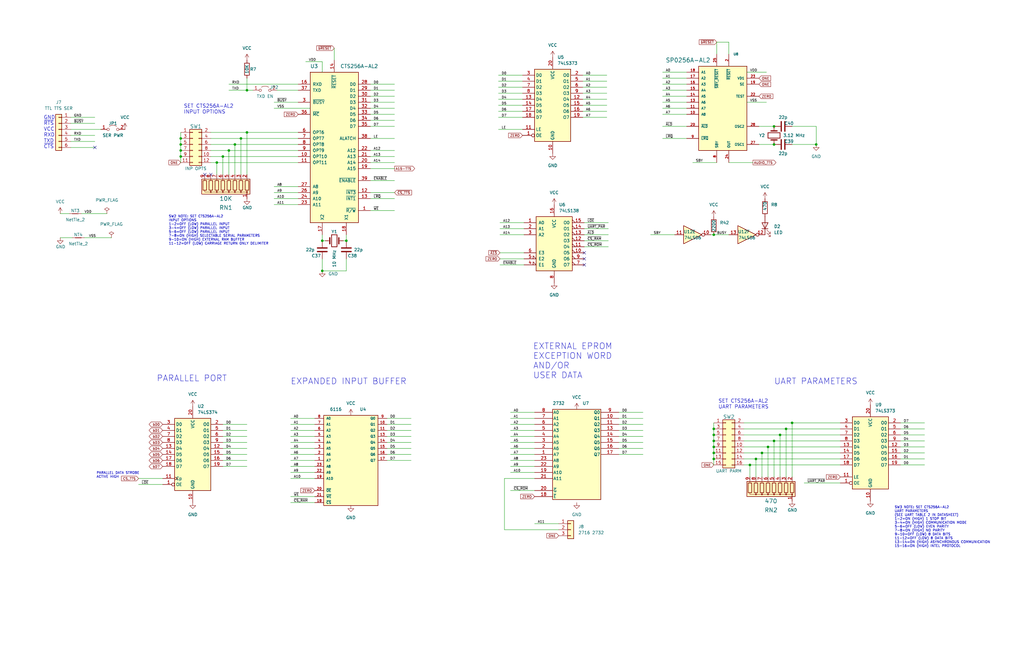
<source format=kicad_sch>
(kicad_sch (version 20211123) (generator eeschema)
  (paper "B")
  (lib_symbols
    (symbol "74xx:74LS06" (pin_names (offset 1.016))
      (property "Reference" "U" (at 0 1.27 0))
      (property "Value" "74LS06" (at 0 -1.27 0))
      (symbol "74LS06_1_0"
        (pin input line (at -7.62 0 0) (length 3.81) (name "~") (number "1"))
        (pin open_collector inverted (at 7.62 0 180) (length 3.81) (name "~") (number "2"))
      )
      (symbol "74LS06_2_0"
        (pin input line (at -7.62 0 0) (length 3.81) (name "~") (number "3"))
        (pin open_collector inverted (at 7.62 0 180) (length 3.81) (name "~") (number "4"))
      )
      (symbol "74LS06_3_0"
        (pin input line (at -7.62 0 0) (length 3.81) (name "~") (number "5"))
        (pin open_collector inverted (at 7.62 0 180) (length 3.81) (name "~") (number "6"))
      )
      (symbol "74LS06_4_0"
        (pin open_collector inverted (at 7.62 0 180) (length 3.81) (name "~") (number "8"))
        (pin input line (at -7.62 0 0) (length 3.81) (name "~") (number "9"))
      )
      (symbol "74LS06_5_0"
        (pin open_collector inverted (at 7.62 0 180) (length 3.81) (name "~") (number "10"))
        (pin input line (at -7.62 0 0) (length 3.81) (name "~") (number "11"))
      )
      (symbol "74LS06_6_0"
        (pin open_collector inverted (at 7.62 0 180) (length 3.81) (name "~") (number "12"))
        (pin input line (at -7.62 0 0) (length 3.81) (name "~") (number "13"))
      )
      (symbol "74LS06_7_0"
        (pin power_in line (at 0 12.7 270) (length 5.08) (name "VCC") (number "14"))
        (pin power_in line (at 0 -12.7 90) (length 5.08) (name "GND") (number "7"))
      )
    )
    (symbol "74xx:74LS138" (pin_names (offset 1.016))
      (property "Reference" "U" (at -7.62 11.43 0))
      (property "Value" "74LS138" (at -7.62 -13.97 0))
      (symbol "74LS138_1_0"
        (pin input line (at -12.7 7.62 0) (length 5.08) (name "A0") (number "1"))
        (pin output output_low (at 12.7 -5.08 180) (length 5.08) (name "O5") (number "10"))
        (pin output output_low (at 12.7 -2.54 180) (length 5.08) (name "O4") (number "11"))
        (pin output output_low (at 12.7 0 180) (length 5.08) (name "O3") (number "12"))
        (pin output output_low (at 12.7 2.54 180) (length 5.08) (name "O2") (number "13"))
        (pin output output_low (at 12.7 5.08 180) (length 5.08) (name "O1") (number "14"))
        (pin output output_low (at 12.7 7.62 180) (length 5.08) (name "O0") (number "15"))
        (pin power_in line (at 0 15.24 270) (length 5.08) (name "VCC") (number "16"))
        (pin input line (at -12.7 5.08 0) (length 5.08) (name "A1") (number "2"))
        (pin input line (at -12.7 2.54 0) (length 5.08) (name "A2") (number "3"))
        (pin input input_low (at -12.7 -10.16 0) (length 5.08) (name "E1") (number "4"))
        (pin input input_low (at -12.7 -7.62 0) (length 5.08) (name "E2") (number "5"))
        (pin input line (at -12.7 -5.08 0) (length 5.08) (name "E3") (number "6"))
        (pin output output_low (at 12.7 -10.16 180) (length 5.08) (name "O7") (number "7"))
        (pin power_in line (at 0 -17.78 90) (length 5.08) (name "GND") (number "8"))
        (pin output output_low (at 12.7 -7.62 180) (length 5.08) (name "O6") (number "9"))
      )
    )
    (symbol "74xx:74LS373"
      (property "Reference" "U" (at -7.62 16.51 0))
      (property "Value" "74LS373" (at -7.62 -16.51 0))
      (symbol "74LS373_1_0"
        (pin input inverted (at -12.7 -12.7 0) (length 5.08) (name "OE") (number "1"))
        (pin power_in line (at 0 -20.32 90) (length 5.08) (name "GND") (number "10"))
        (pin input line (at -12.7 -10.16 0) (length 5.08) (name "LE") (number "11"))
        (pin tri_state line (at 12.7 2.54 180) (length 5.08) (name "O4") (number "12"))
        (pin input line (at -12.7 2.54 0) (length 5.08) (name "D4") (number "13"))
        (pin input line (at -12.7 0 0) (length 5.08) (name "D5") (number "14"))
        (pin tri_state line (at 12.7 0 180) (length 5.08) (name "O5") (number "15"))
        (pin tri_state line (at 12.7 -2.54 180) (length 5.08) (name "O6") (number "16"))
        (pin input line (at -12.7 -2.54 0) (length 5.08) (name "D6") (number "17"))
        (pin input line (at -12.7 -5.08 0) (length 5.08) (name "D7") (number "18"))
        (pin tri_state line (at 12.7 -5.08 180) (length 5.08) (name "O7") (number "19"))
        (pin tri_state line (at 12.7 12.7 180) (length 5.08) (name "O0") (number "2"))
        (pin power_in line (at 0 20.32 270) (length 5.08) (name "VCC") (number "20"))
        (pin input line (at -12.7 12.7 0) (length 5.08) (name "D0") (number "3"))
        (pin input line (at -12.7 10.16 0) (length 5.08) (name "D1") (number "4"))
        (pin tri_state line (at 12.7 10.16 180) (length 5.08) (name "O1") (number "5"))
        (pin tri_state line (at 12.7 7.62 180) (length 5.08) (name "O2") (number "6"))
        (pin input line (at -12.7 7.62 0) (length 5.08) (name "D2") (number "7"))
        (pin input line (at -12.7 5.08 0) (length 5.08) (name "D3") (number "8"))
        (pin tri_state line (at 12.7 5.08 180) (length 5.08) (name "O3") (number "9"))
      )
    )
    (symbol "74xx:74LS374"
      (property "Reference" "U" (at -7.62 16.51 0))
      (property "Value" "74LS374" (at -7.62 -16.51 0))
      (symbol "74LS374_1_0"
        (pin input inverted (at -12.7 -12.7 0) (length 5.08) (name "OE") (number "1"))
        (pin power_in line (at 0 -20.32 90) (length 5.08) (name "GND") (number "10"))
        (pin input clock (at -12.7 -10.16 0) (length 5.08) (name "Cp") (number "11"))
        (pin tri_state line (at 12.7 2.54 180) (length 5.08) (name "O4") (number "12"))
        (pin input line (at -12.7 2.54 0) (length 5.08) (name "D4") (number "13"))
        (pin input line (at -12.7 0 0) (length 5.08) (name "D5") (number "14"))
        (pin tri_state line (at 12.7 0 180) (length 5.08) (name "O5") (number "15"))
        (pin tri_state line (at 12.7 -2.54 180) (length 5.08) (name "O6") (number "16"))
        (pin input line (at -12.7 -2.54 0) (length 5.08) (name "D6") (number "17"))
        (pin input line (at -12.7 -5.08 0) (length 5.08) (name "D7") (number "18"))
        (pin tri_state line (at 12.7 -5.08 180) (length 5.08) (name "O7") (number "19"))
        (pin tri_state line (at 12.7 12.7 180) (length 5.08) (name "O0") (number "2"))
        (pin power_in line (at 0 20.32 270) (length 5.08) (name "VCC") (number "20"))
        (pin input line (at -12.7 12.7 0) (length 5.08) (name "D0") (number "3"))
        (pin input line (at -12.7 10.16 0) (length 5.08) (name "D1") (number "4"))
        (pin tri_state line (at 12.7 10.16 180) (length 5.08) (name "O1") (number "5"))
        (pin tri_state line (at 12.7 7.62 180) (length 5.08) (name "O2") (number "6"))
        (pin input line (at -12.7 7.62 0) (length 5.08) (name "D2") (number "7"))
        (pin input line (at -12.7 5.08 0) (length 5.08) (name "D3") (number "8"))
        (pin tri_state line (at 12.7 5.08 180) (length 5.08) (name "O3") (number "9"))
      )
    )
    (symbol "Archer:2732" (pin_names (offset 0.254))
      (property "Reference" "U10" (at 0 20.955 0))
      (property "Value" "2732" (at 0 0 0))
      (symbol "2732_0_0"
        (pin power_in line (at 0 -20.32 90) (length 1.27) hide (name "GND") (number "12"))
        (pin power_in line (at 0 19.05 270) (length 0) hide (name "VCC") (number "24"))
      )
      (symbol "2732_1_1"
        (pin input line (at -17.78 0 0) (length 7.62) (name "A7") (number "1"))
        (pin tri_state line (at 17.78 15.24 180) (length 7.62) (name "Q1") (number "10"))
        (pin tri_state line (at 17.78 12.7 180) (length 7.62) (name "Q2") (number "11"))
        (pin tri_state line (at 17.78 10.16 180) (length 7.62) (name "Q3") (number "13"))
        (pin tri_state line (at 17.78 7.62 180) (length 7.62) (name "Q4") (number "14"))
        (pin tri_state line (at 17.78 5.08 180) (length 7.62) (name "Q5") (number "15"))
        (pin tri_state line (at 17.78 2.54 180) (length 7.62) (name "Q6") (number "16"))
        (pin tri_state line (at 17.78 0 180) (length 7.62) (name "Q7") (number "17"))
        (pin input line (at -17.78 -17.78 0) (length 7.62) (name "~{E}") (number "18"))
        (pin input line (at -17.78 -7.62 0) (length 7.62) (name "A10") (number "19"))
        (pin input line (at -17.78 2.54 0) (length 7.62) (name "A6") (number "2"))
        (pin input line (at -17.78 -15.24 0) (length 7.62) (name "~{G}") (number "20"))
        (pin input line (at -17.78 -10.16 0) (length 7.62) (name "A11") (number "21"))
        (pin input line (at -17.78 -5.08 0) (length 7.62) (name "A9") (number "22"))
        (pin input line (at -17.78 -2.54 0) (length 7.62) (name "A8") (number "23"))
        (pin input line (at -17.78 5.08 0) (length 7.62) (name "A5") (number "3"))
        (pin input line (at -17.78 7.62 0) (length 7.62) (name "A4") (number "4"))
        (pin input line (at -17.78 10.16 0) (length 7.62) (name "A3") (number "5"))
        (pin input line (at -17.78 12.7 0) (length 7.62) (name "A2") (number "6"))
        (pin input line (at -17.78 15.24 0) (length 7.62) (name "A1") (number "7"))
        (pin input line (at -17.78 17.78 0) (length 7.62) (name "A0") (number "8"))
        (pin tri_state line (at 17.78 17.78 180) (length 7.62) (name "Q0") (number "9"))
      )
    )
    (symbol "Archer:6116" (pin_names (offset 1.016))
      (property "Reference" "U11" (at 0 20.955 0))
      (property "Value" "6116" (at 0 0 0))
      (symbol "6116_0_0"
        (pin power_in line (at 0 -19.05 90) (length 0) hide (name "GND") (number "12"))
        (pin power_in line (at 0 19.05 270) (length 0) hide (name "VCC") (number "24"))
      )
      (symbol "6116_1_1"
        (pin input line (at -15.24 0 0) (length 3.81) (name "A7") (number "1"))
        (pin tri_state line (at 15.24 15.24 180) (length 3.81) (name "Q1") (number "10"))
        (pin tri_state line (at 15.24 12.7 180) (length 3.81) (name "Q2") (number "11"))
        (pin tri_state line (at 15.24 10.16 180) (length 3.81) (name "Q3") (number "13"))
        (pin tri_state line (at 15.24 7.62 180) (length 3.81) (name "Q4") (number "14"))
        (pin tri_state line (at 15.24 5.08 180) (length 3.81) (name "Q5") (number "15"))
        (pin tri_state line (at 15.24 2.54 180) (length 3.81) (name "Q6") (number "16"))
        (pin tri_state line (at 15.24 0 180) (length 3.81) (name "Q7") (number "17"))
        (pin input line (at -15.24 -17.78 0) (length 3.81) (name "~{CS}") (number "18"))
        (pin input line (at -15.24 -7.62 0) (length 3.81) (name "A10") (number "19"))
        (pin input line (at -15.24 2.54 0) (length 3.81) (name "A6") (number "2"))
        (pin input line (at -15.24 -12.7 0) (length 3.81) (name "~{OE}") (number "20"))
        (pin input line (at -15.24 -15.24 0) (length 3.81) (name "~{WE}") (number "21"))
        (pin input line (at -15.24 -5.08 0) (length 3.81) (name "A9") (number "22"))
        (pin input line (at -15.24 -2.54 0) (length 3.81) (name "A8") (number "23"))
        (pin input line (at -15.24 5.08 0) (length 3.81) (name "A5") (number "3"))
        (pin input line (at -15.24 7.62 0) (length 3.81) (name "A4") (number "4"))
        (pin input line (at -15.24 10.16 0) (length 3.81) (name "A3") (number "5"))
        (pin input line (at -15.24 12.7 0) (length 3.81) (name "A2") (number "6"))
        (pin input line (at -15.24 15.24 0) (length 3.81) (name "A1") (number "7"))
        (pin input line (at -15.24 17.78 0) (length 3.81) (name "A0") (number "8"))
        (pin tri_state line (at 15.24 17.78 180) (length 3.81) (name "Q0") (number "9"))
      )
    )
    (symbol "Archer:CTS256A-AL2" (pin_names (offset 1.016))
      (property "Reference" "U1" (at 0 20.32 0))
      (property "Value" "CTS256A-AL2" (at 0 0 90))
      (symbol "CTS256A-AL2_1_1"
        (pin output line (at 15.24 -27.94 180) (length 5.08) (name "~{R/W}") (number "1"))
        (pin input line (at -15.24 -5.08 0) (length 5.08) (name "OPT10") (number "10"))
        (pin input line (at -15.24 -7.62 0) (length 5.08) (name "OPT11") (number "11"))
        (pin input line (at 15.24 -20.32 180) (length 5.08) (name "~{INT3}") (number "12"))
        (pin input line (at 15.24 -22.86 180) (length 5.08) (name "~{INT1}") (number "13"))
        (pin input line (at 0 35.56 270) (length 5.08) (name "~{RESET}") (number "14"))
        (pin no_connect line (at -12.7 -27.94 0) (length 2.54) hide (name "NC") (number "15"))
        (pin input line (at -15.24 25.4 0) (length 5.08) (name "RXD") (number "16"))
        (pin passive line (at -5.08 -38.1 90) (length 5.08) (name "X2") (number "17"))
        (pin passive line (at 5.08 -38.1 90) (length 5.08) (name "X1") (number "18"))
        (pin output line (at 15.24 -10.16 180) (length 5.08) (name "A15") (number "19"))
        (pin no_connect line (at -12.7 -10.16 0) (length 2.54) hide (name "NC") (number "2"))
        (pin output line (at 15.24 -7.62 180) (length 5.08) (name "A14") (number "20"))
        (pin output line (at 15.24 -5.08 180) (length 5.08) (name "A13") (number "21"))
        (pin output line (at 15.24 -2.54 180) (length 5.08) (name "A12") (number "22"))
        (pin output line (at -15.24 -25.4 0) (length 5.08) (name "A11") (number "23"))
        (pin output line (at -15.24 -22.86 0) (length 5.08) (name "A10") (number "24"))
        (pin power_in line (at -5.08 30.48 270) (length 0) hide (name "VDD") (number "25"))
        (pin output line (at -15.24 -20.32 0) (length 5.08) (name "A9") (number "26"))
        (pin output line (at -15.24 -17.78 0) (length 5.08) (name "A8") (number "27"))
        (pin bidirectional line (at 15.24 25.4 180) (length 5.08) (name "D0") (number "28"))
        (pin bidirectional line (at 15.24 22.86 180) (length 5.08) (name "D1") (number "29"))
        (pin output line (at -15.24 17.78 0) (length 5.08) (name "~{BUSY}") (number "3"))
        (pin bidirectional line (at 15.24 20.32 180) (length 5.08) (name "D2") (number "30"))
        (pin bidirectional line (at 15.24 17.78 180) (length 5.08) (name "D3") (number "31"))
        (pin bidirectional line (at 15.24 15.24 180) (length 5.08) (name "D4") (number "32"))
        (pin bidirectional line (at 15.24 12.7 180) (length 5.08) (name "D5") (number "33"))
        (pin bidirectional line (at 15.24 10.16 180) (length 5.08) (name "D6") (number "34"))
        (pin bidirectional line (at 15.24 7.62 180) (length 5.08) (name "D7") (number "35"))
        (pin input line (at -15.24 12.7 0) (length 5.08) (name "~{MC}") (number "36"))
        (pin output line (at -15.24 22.86 0) (length 5.08) (name "TXD") (number "37"))
        (pin output line (at 15.24 2.54 180) (length 5.08) (name "ALATCH") (number "38"))
        (pin output line (at 15.24 -15.24 180) (length 5.08) (name "~{ENABLE}") (number "39"))
        (pin no_connect line (at -12.7 -12.7 0) (length 2.54) hide (name "NC") (number "4"))
        (pin power_in line (at -10.16 15.24 0) (length 0) hide (name "VSS") (number "40"))
        (pin no_connect line (at -12.7 -15.24 0) (length 2.54) hide (name "NC") (number "5"))
        (pin input line (at -15.24 5.08 0) (length 5.08) (name "OPT6") (number "6"))
        (pin input line (at -15.24 2.54 0) (length 5.08) (name "OPT7") (number "7"))
        (pin input line (at -15.24 0 0) (length 5.08) (name "OPT8") (number "8"))
        (pin input line (at -15.24 -2.54 0) (length 5.08) (name "OPT9") (number "9"))
      )
    )
    (symbol "Archer:SP0256A-AL2" (pin_names (offset 1.016))
      (property "Reference" "U4" (at 0 19.05 0))
      (property "Value" "SP0256A-AL2" (at 0 1.27 90))
      (symbol "SP0256A-AL2_0_0"
        (pin input line (at -15.24 -2.54 0) (length 5.08) (name "A8") (number "10"))
        (pin input line (at -15.24 0 0) (length 5.08) (name "A7") (number "11"))
        (pin passive line (at 15.24 10.16 180) (length 5.08) (name "SE") (number "19"))
        (pin passive line (at 15.24 12.7 180) (length 5.08) (name "VD1") (number "23"))
        (pin output line (at 2.54 -22.86 90) (length 5.08) (name "OUT") (number "24"))
        (pin passive line (at 15.24 -15.24 180) (length 5.08) (name "OSC1") (number "27"))
        (pin passive line (at 15.24 -7.62 180) (length 5.08) (name "OSC2") (number "28"))
      )
      (symbol "SP0256A-AL2_1_0"
        (pin power_in line (at 10.16 2.54 180) (length 0) hide (name "VSS") (number "1"))
        (pin input line (at 2.54 22.86 270) (length 5.08) (name "~{RESET}") (number "2"))
        (pin passive line (at 15.24 5.08 180) (length 5.08) (name "TEST") (number "22"))
        (pin input line (at -2.54 22.86 270) (length 5.08) (name "~{SBY_RESET}") (number "25"))
        (pin power_in line (at 10.16 15.24 180) (length 0) hide (name "VDD") (number "7"))
        (pin passive line (at -2.54 -22.86 90) (length 5.08) (name "SBY") (number "8"))
      )
      (symbol "SP0256A-AL2_1_1"
        (pin no_connect line (at 1.27 -3.81 0) (length 2.54) hide (name "NC") (number "12"))
        (pin input line (at -15.24 2.54 0) (length 5.08) (name "A6") (number "13"))
        (pin input line (at -15.24 5.08 0) (length 5.08) (name "A5") (number "14"))
        (pin input line (at -15.24 7.62 0) (length 5.08) (name "A4") (number "15"))
        (pin input line (at -15.24 10.16 0) (length 5.08) (name "A3") (number "16"))
        (pin input line (at -15.24 12.7 0) (length 5.08) (name "A2") (number "17"))
        (pin input line (at -15.24 15.24 0) (length 5.08) (name "A1") (number "18"))
        (pin input line (at -15.24 -7.62 0) (length 5.08) (name "~{ALD}") (number "20"))
        (pin no_connect line (at 1.27 -6.35 0) (length 2.54) hide (name "NC") (number "21"))
        (pin no_connect line (at 1.27 -8.89 0) (length 2.54) hide (name "NC") (number "26"))
        (pin no_connect line (at 1.27 6.35 0) (length 2.54) hide (name "NC") (number "3"))
        (pin no_connect line (at 1.27 3.81 0) (length 2.54) hide (name "NC") (number "4"))
        (pin no_connect line (at 1.27 1.27 0) (length 2.54) hide (name "NC") (number "5"))
        (pin no_connect line (at 1.27 -1.27 0) (length 2.54) hide (name "NC") (number "6"))
        (pin output line (at -15.24 -12.7 0) (length 5.08) (name "~{LRQ}") (number "9"))
      )
    )
    (symbol "Connector_Generic:Conn_01x03" (pin_names (offset 1.016) hide)
      (property "Reference" "J" (at 0 5.08 0))
      (property "Value" "Conn_01x03" (at 0 -5.08 0))
      (symbol "Conn_01x03_1_1"
        (pin passive line (at -5.08 2.54 0) (length 3.81) (name "Pin_1") (number "1"))
        (pin passive line (at -5.08 0 0) (length 3.81) (name "Pin_2") (number "2"))
        (pin passive line (at -5.08 -2.54 0) (length 3.81) (name "Pin_3") (number "3"))
      )
    )
    (symbol "Connector_Generic:Conn_01x06" (pin_names (offset 1.016) hide)
      (property "Reference" "J" (at 0 7.62 0))
      (property "Value" "Conn_01x06" (at 0 -10.16 0))
      (symbol "Conn_01x06_1_1"
        (pin passive line (at -5.08 5.08 0) (length 3.81) (name "Pin_1") (number "1"))
        (pin passive line (at -5.08 2.54 0) (length 3.81) (name "Pin_2") (number "2"))
        (pin passive line (at -5.08 0 0) (length 3.81) (name "Pin_3") (number "3"))
        (pin passive line (at -5.08 -2.54 0) (length 3.81) (name "Pin_4") (number "4"))
        (pin passive line (at -5.08 -5.08 0) (length 3.81) (name "Pin_5") (number "5"))
        (pin passive line (at -5.08 -7.62 0) (length 3.81) (name "Pin_6") (number "6"))
      )
    )
    (symbol "Connector_Generic:Conn_02x06_Odd_Even" (pin_names (offset 1.016) hide)
      (property "Reference" "J" (at 1.27 7.62 0))
      (property "Value" "Conn_02x06_Odd_Even" (at 1.27 -10.16 0))
      (symbol "Conn_02x06_Odd_Even_1_1"
        (pin passive line (at -5.08 5.08 0) (length 3.81) (name "Pin_1") (number "1"))
        (pin passive line (at 7.62 -5.08 180) (length 3.81) (name "Pin_10") (number "10"))
        (pin passive line (at -5.08 -7.62 0) (length 3.81) (name "Pin_11") (number "11"))
        (pin passive line (at 7.62 -7.62 180) (length 3.81) (name "Pin_12") (number "12"))
        (pin passive line (at 7.62 5.08 180) (length 3.81) (name "Pin_2") (number "2"))
        (pin passive line (at -5.08 2.54 0) (length 3.81) (name "Pin_3") (number "3"))
        (pin passive line (at 7.62 2.54 180) (length 3.81) (name "Pin_4") (number "4"))
        (pin passive line (at -5.08 0 0) (length 3.81) (name "Pin_5") (number "5"))
        (pin passive line (at 7.62 0 180) (length 3.81) (name "Pin_6") (number "6"))
        (pin passive line (at -5.08 -2.54 0) (length 3.81) (name "Pin_7") (number "7"))
        (pin passive line (at 7.62 -2.54 180) (length 3.81) (name "Pin_8") (number "8"))
        (pin passive line (at -5.08 -5.08 0) (length 3.81) (name "Pin_9") (number "9"))
      )
    )
    (symbol "Connector_Generic:Conn_02x08_Odd_Even" (pin_names (offset 1.016) hide)
      (property "Reference" "J" (at 1.27 10.16 0))
      (property "Value" "Conn_02x08_Odd_Even" (at 1.27 -12.7 0))
      (symbol "Conn_02x08_Odd_Even_1_1"
        (pin passive line (at -5.08 7.62 0) (length 3.81) (name "Pin_1") (number "1"))
        (pin passive line (at 7.62 -2.54 180) (length 3.81) (name "Pin_10") (number "10"))
        (pin passive line (at -5.08 -5.08 0) (length 3.81) (name "Pin_11") (number "11"))
        (pin passive line (at 7.62 -5.08 180) (length 3.81) (name "Pin_12") (number "12"))
        (pin passive line (at -5.08 -7.62 0) (length 3.81) (name "Pin_13") (number "13"))
        (pin passive line (at 7.62 -7.62 180) (length 3.81) (name "Pin_14") (number "14"))
        (pin passive line (at -5.08 -10.16 0) (length 3.81) (name "Pin_15") (number "15"))
        (pin passive line (at 7.62 -10.16 180) (length 3.81) (name "Pin_16") (number "16"))
        (pin passive line (at 7.62 7.62 180) (length 3.81) (name "Pin_2") (number "2"))
        (pin passive line (at -5.08 5.08 0) (length 3.81) (name "Pin_3") (number "3"))
        (pin passive line (at 7.62 5.08 180) (length 3.81) (name "Pin_4") (number "4"))
        (pin passive line (at -5.08 2.54 0) (length 3.81) (name "Pin_5") (number "5"))
        (pin passive line (at 7.62 2.54 180) (length 3.81) (name "Pin_6") (number "6"))
        (pin passive line (at -5.08 0 0) (length 3.81) (name "Pin_7") (number "7"))
        (pin passive line (at 7.62 0 180) (length 3.81) (name "Pin_8") (number "8"))
        (pin passive line (at -5.08 -2.54 0) (length 3.81) (name "Pin_9") (number "9"))
      )
    )
    (symbol "Device:C" (pin_numbers hide) (pin_names (offset 0.254))
      (property "Reference" "C" (at 0.635 2.54 0))
      (property "Value" "C" (at 0.635 -2.54 0))
      (symbol "C_1_1"
        (pin passive line (at 0 3.81 270) (length 2.794) (name "~") (number "1"))
        (pin passive line (at 0 -3.81 90) (length 2.794) (name "~") (number "2"))
      )
    )
    (symbol "Device:Crystal" (pin_numbers hide) (pin_names (offset 1.016) hide)
      (property "Reference" "Y" (at 0 3.81 0))
      (property "Value" "Crystal" (at 0 -3.81 0))
      (symbol "Crystal_1_1"
        (pin passive line (at -3.81 0 0) (length 1.27) (name "1") (number "1"))
        (pin passive line (at 3.81 0 180) (length 1.27) (name "2") (number "2"))
      )
    )
    (symbol "Device:LED" (pin_numbers hide) (pin_names (offset 1.016) hide)
      (property "Reference" "D" (at 0 2.54 0))
      (property "Value" "LED" (at 0 -2.54 0))
      (symbol "LED_1_1"
        (pin passive line (at -3.81 0 0) (length 2.54) (name "K") (number "1"))
        (pin passive line (at 3.81 0 180) (length 2.54) (name "A") (number "2"))
      )
    )
    (symbol "Device:NetTie_2" (pin_numbers hide) (pin_names (offset 0) hide) (in_bom no)
      (property "Reference" "NT" (at 0 1.27 0))
      (property "Value" "NetTie_2" (at 0 -1.27 0))
      (symbol "NetTie_2_1_1"
        (pin passive line (at -2.54 0 0) (length 2.54) (name "1") (number "1"))
        (pin passive line (at 2.54 0 180) (length 2.54) (name "2") (number "2"))
      )
    )
    (symbol "Device:R" (pin_numbers hide) (pin_names (offset 0))
      (property "Reference" "R" (at 2.032 0 90))
      (property "Value" "R" (at 0 0 90))
      (symbol "R_1_1"
        (pin passive line (at 0 3.81 270) (length 1.27) (name "~") (number "1"))
        (pin passive line (at 0 -3.81 90) (length 1.27) (name "~") (number "2"))
      )
    )
    (symbol "Device:R_Network08" (pin_names (offset 0) hide)
      (property "Reference" "RN" (at -12.7 0 90))
      (property "Value" "R_Network08" (at 10.16 0 90))
      (symbol "R_Network08_1_1"
        (pin passive line (at -10.16 5.08 270) (length 2.54) (name "common") (number "1"))
        (pin passive line (at -10.16 -5.08 90) (length 1.27) (name "R1") (number "2"))
        (pin passive line (at -7.62 -5.08 90) (length 1.27) (name "R2") (number "3"))
        (pin passive line (at -5.08 -5.08 90) (length 1.27) (name "R3") (number "4"))
        (pin passive line (at -2.54 -5.08 90) (length 1.27) (name "R4") (number "5"))
        (pin passive line (at 0 -5.08 90) (length 1.27) (name "R5") (number "6"))
        (pin passive line (at 2.54 -5.08 90) (length 1.27) (name "R6") (number "7"))
        (pin passive line (at 5.08 -5.08 90) (length 1.27) (name "R7") (number "8"))
        (pin passive line (at 7.62 -5.08 90) (length 1.27) (name "R8") (number "9"))
      )
    )
    (symbol "Jumper:Jumper_2_Open" (pin_names (offset 0) hide)
      (property "Reference" "JP" (at 0 2.794 0))
      (property "Value" "Jumper_2_Open" (at 0 -2.286 0))
      (symbol "Jumper_2_Open_1_1"
        (pin passive line (at -5.08 0 0) (length 2.54) (name "A") (number "1"))
        (pin passive line (at 5.08 0 180) (length 2.54) (name "B") (number "2"))
      )
    )
    (symbol "power:GND" (power) (pin_names (offset 0))
      (property "Value" "GND" (at 0 -3.81 0))
      (symbol "GND_1_1"
        (pin power_in line (at 0 0 270) (length 0) hide (name "GND") (number "1"))
      )
    )
    (symbol "power:PWR_FLAG" (power) (pin_numbers hide) (pin_names (offset 0) hide)
      (property "Value" "PWR_FLAG" (at 0 3.81 0))
      (symbol "PWR_FLAG_0_0"
        (pin power_out line (at 0 0 90) (length 0) (name "pwr") (number "1"))
      )
    )
    (symbol "power:VCC" (power) (pin_names (offset 0))
      (property "Value" "VCC" (at 0 3.81 0))
      (symbol "VCC_1_1"
        (pin power_in line (at 0 0 90) (length 0) hide (name "VCC") (number "1"))
      )
    )
  )
  (junction (at 91.44 68.58))
  (junction (at 300.99 183.515))
  (junction (at 101.6 58.42))
  (junction (at 300.99 180.975))
  (junction (at 300.99 191.135))
  (junction (at 300.99 193.675))
  (junction (at 76.2 60.96))
  (junction (at 334.01 178.435))
  (junction (at 318.77 193.675))
  (junction (at 300.99 186.055))
  (junction (at 326.39 186.055))
  (junction (at 328.93 183.515))
  (junction (at 96.52 63.5))
  (junction (at 323.85 188.595))
  (junction (at 300.99 99.06))
  (junction (at 316.23 196.215))
  (junction (at 326.39 53.34))
  (junction (at 331.47 180.975))
  (junction (at 135.89 101.6))
  (junction (at 76.2 63.5))
  (junction (at 300.99 188.595))
  (junction (at 76.2 58.42))
  (junction (at 104.14 55.88))
  (junction (at 76.2 66.04))
  (junction (at 321.31 191.135))
  (junction (at 93.98 66.04))
  (junction (at 135.89 114.3))
  (junction (at 326.39 60.96))
  (junction (at 344.17 60.96))
  (junction (at 146.05 101.6))
  (junction (at 104.14 38.1))
  (junction (at 99.06 60.96))
  (no_connect (at 246.38 106.68))
  (no_connect (at 86.36 73.66))
  (no_connect (at 40.005 62.23))
  (no_connect (at 88.9 73.66))
  (no_connect (at 246.38 109.22))
  (no_connect (at 246.38 111.76))
  (wire (pts (xy 210.185 34.29) (xy 220.345 34.29)))
  (wire (pts (xy 331.47 180.975) (xy 354.33 180.975)))
  (wire (pts (xy 76.2 60.96) (xy 76.2 63.5)))
  (wire (pts (xy 93.98 186.69) (xy 104.14 186.69)))
  (wire (pts (xy 210.185 41.91) (xy 220.345 41.91)))
  (wire (pts (xy 379.73 186.055) (xy 389.89 186.055)))
  (wire (pts (xy 29.845 62.23) (xy 40.005 62.23)))
  (wire (pts (xy 156.21 81.28) (xy 166.37 81.28)))
  (wire (pts (xy 379.73 196.215) (xy 389.89 196.215)))
  (wire (pts (xy 245.745 36.83) (xy 255.905 36.83)))
  (wire (pts (xy 156.21 66.04) (xy 166.37 66.04)))
  (wire (pts (xy 128.905 26.035) (xy 135.89 26.035)))
  (wire (pts (xy 88.9 66.04) (xy 93.98 66.04)))
  (wire (pts (xy 29.845 52.07) (xy 40.005 52.07)))
  (wire (pts (xy 99.06 73.66) (xy 99.06 60.96)))
  (wire (pts (xy 156.21 50.8) (xy 166.37 50.8)))
  (wire (pts (xy 115.57 45.72) (xy 130.81 45.72)))
  (wire (pts (xy 279.4 35.56) (xy 289.56 35.56)))
  (wire (pts (xy 210.82 99.06) (xy 220.98 99.06)))
  (wire (pts (xy 156.21 40.64) (xy 166.37 40.64)))
  (wire (pts (xy 76.2 55.88) (xy 76.2 58.42)))
  (wire (pts (xy 245.745 46.99) (xy 255.905 46.99)))
  (wire (pts (xy 316.23 201.295) (xy 316.23 196.215)))
  (wire (pts (xy 379.73 193.675) (xy 389.89 193.675)))
  (wire (pts (xy 115.57 83.82) (xy 125.73 83.82)))
  (wire (pts (xy 246.38 99.06) (xy 256.54 99.06)))
  (wire (pts (xy 122.555 191.77) (xy 132.715 191.77)))
  (wire (pts (xy 260.985 184.15) (xy 271.145 184.15)))
  (wire (pts (xy 212.725 223.52) (xy 212.725 201.93)))
  (wire (pts (xy 156.21 53.34) (xy 166.37 53.34)))
  (wire (pts (xy 96.52 35.56) (xy 125.73 35.56)))
  (wire (pts (xy 122.555 189.23) (xy 132.715 189.23)))
  (wire (pts (xy 29.845 57.15) (xy 40.005 57.15)))
  (wire (pts (xy 29.845 59.69) (xy 40.005 59.69)))
  (wire (pts (xy 245.745 44.45) (xy 255.905 44.45)))
  (wire (pts (xy 302.26 17.78) (xy 302.26 22.86)))
  (wire (pts (xy 29.845 49.53) (xy 40.005 49.53)))
  (wire (pts (xy 122.555 196.85) (xy 132.715 196.85)))
  (wire (pts (xy 300.99 178.435) (xy 300.99 180.975)))
  (wire (pts (xy 215.265 199.39) (xy 225.425 199.39)))
  (wire (pts (xy 379.73 180.975) (xy 389.89 180.975)))
  (wire (pts (xy 279.4 40.64) (xy 289.56 40.64)))
  (wire (pts (xy 210.82 111.76) (xy 220.98 111.76)))
  (wire (pts (xy 300.99 99.06) (xy 299.72 99.06)))
  (wire (pts (xy 88.9 58.42) (xy 101.6 58.42)))
  (wire (pts (xy 379.73 183.515) (xy 389.89 183.515)))
  (wire (pts (xy 379.73 191.135) (xy 389.89 191.135)))
  (wire (pts (xy 307.34 68.58) (xy 317.5 68.58)))
  (wire (pts (xy 115.57 81.28) (xy 125.73 81.28)))
  (wire (pts (xy 215.265 181.61) (xy 225.425 181.61)))
  (wire (pts (xy 122.555 199.39) (xy 132.715 199.39)))
  (wire (pts (xy 122.555 176.53) (xy 132.715 176.53)))
  (wire (pts (xy 156.21 63.5) (xy 166.37 63.5)))
  (wire (pts (xy 279.4 30.48) (xy 289.56 30.48)))
  (wire (pts (xy 334.01 53.34) (xy 344.17 53.34)))
  (wire (pts (xy 245.745 34.29) (xy 255.905 34.29)))
  (wire (pts (xy 146.05 109.22) (xy 146.05 114.3)))
  (wire (pts (xy 88.9 60.96) (xy 99.06 60.96)))
  (wire (pts (xy 35.56 100.33) (xy 46.99 100.33)))
  (wire (pts (xy 245.745 41.91) (xy 255.905 41.91)))
  (wire (pts (xy 246.38 104.14) (xy 256.54 104.14)))
  (wire (pts (xy 93.98 66.04) (xy 125.73 66.04)))
  (wire (pts (xy 300.99 188.595) (xy 300.99 191.135)))
  (wire (pts (xy 260.985 191.77) (xy 271.145 191.77)))
  (wire (pts (xy 279.4 38.1) (xy 289.56 38.1)))
  (wire (pts (xy 115.57 86.36) (xy 125.73 86.36)))
  (wire (pts (xy 76.2 66.04) (xy 76.2 68.58)))
  (wire (pts (xy 292.1 68.58) (xy 302.26 68.58)))
  (wire (pts (xy 96.52 73.66) (xy 96.52 63.5)))
  (wire (pts (xy 156.21 38.1) (xy 166.37 38.1)))
  (wire (pts (xy 88.9 68.58) (xy 91.44 68.58)))
  (wire (pts (xy 260.985 181.61) (xy 271.145 181.61)))
  (wire (pts (xy 334.01 178.435) (xy 334.01 201.295)))
  (wire (pts (xy 344.17 53.34) (xy 344.17 60.96)))
  (wire (pts (xy 320.04 53.34) (xy 326.39 53.34)))
  (wire (pts (xy 210.185 39.37) (xy 220.345 39.37)))
  (wire (pts (xy 122.555 209.55) (xy 132.715 209.55)))
  (wire (pts (xy 104.14 33.02) (xy 104.14 38.1)))
  (wire (pts (xy 313.69 183.515) (xy 328.93 183.515)))
  (wire (pts (xy 215.265 184.15) (xy 225.425 184.15)))
  (wire (pts (xy 104.14 55.88) (xy 125.73 55.88)))
  (wire (pts (xy 260.985 186.69) (xy 271.145 186.69)))
  (wire (pts (xy 215.265 207.01) (xy 225.425 207.01)))
  (wire (pts (xy 344.17 60.96) (xy 334.01 60.96)))
  (wire (pts (xy 163.195 191.77) (xy 173.355 191.77)))
  (wire (pts (xy 140.97 20.32) (xy 140.97 25.4)))
  (wire (pts (xy 313.69 196.215) (xy 316.23 196.215)))
  (wire (pts (xy 93.98 191.77) (xy 104.14 191.77)))
  (wire (pts (xy 314.96 43.18) (xy 323.215 43.18)))
  (wire (pts (xy 300.99 191.135) (xy 300.99 193.675)))
  (wire (pts (xy 300.99 186.055) (xy 300.99 188.595)))
  (wire (pts (xy 210.185 49.53) (xy 220.345 49.53)))
  (wire (pts (xy 137.16 101.6) (xy 135.89 101.6)))
  (wire (pts (xy 339.09 203.835) (xy 354.33 203.835)))
  (wire (pts (xy 210.185 44.45) (xy 220.345 44.45)))
  (wire (pts (xy 326.39 186.055) (xy 354.33 186.055)))
  (wire (pts (xy 215.265 196.85) (xy 225.425 196.85)))
  (wire (pts (xy 163.195 179.07) (xy 173.355 179.07)))
  (wire (pts (xy 316.23 196.215) (xy 354.33 196.215)))
  (wire (pts (xy 34.29 90.17) (xy 45.085 90.17)))
  (wire (pts (xy 210.82 109.22) (xy 220.98 109.22)))
  (wire (pts (xy 76.2 58.42) (xy 76.2 60.96)))
  (wire (pts (xy 122.555 184.15) (xy 132.715 184.15)))
  (wire (pts (xy 260.985 179.07) (xy 271.145 179.07)))
  (wire (pts (xy 331.47 180.975) (xy 331.47 201.295)))
  (wire (pts (xy 274.32 99.06) (xy 284.48 99.06)))
  (wire (pts (xy 215.265 194.31) (xy 225.425 194.31)))
  (wire (pts (xy 313.69 193.675) (xy 318.77 193.675)))
  (wire (pts (xy 260.985 173.99) (xy 271.145 173.99)))
  (wire (pts (xy 101.6 58.42) (xy 101.6 73.66)))
  (wire (pts (xy 25.4 100.33) (xy 30.48 100.33)))
  (wire (pts (xy 328.93 183.515) (xy 328.93 201.295)))
  (wire (pts (xy 156.21 58.42) (xy 166.37 58.42)))
  (wire (pts (xy 279.4 33.02) (xy 289.56 33.02)))
  (wire (pts (xy 163.195 176.53) (xy 173.355 176.53)))
  (wire (pts (xy 163.195 189.23) (xy 173.355 189.23)))
  (wire (pts (xy 163.195 181.61) (xy 173.355 181.61)))
  (wire (pts (xy 115.57 78.74) (xy 125.73 78.74)))
  (wire (pts (xy 326.39 186.055) (xy 326.39 201.295)))
  (wire (pts (xy 210.185 54.61) (xy 220.345 54.61)))
  (wire (pts (xy 29.845 54.61) (xy 42.545 54.61)))
  (wire (pts (xy 210.82 96.52) (xy 220.98 96.52)))
  (wire (pts (xy 313.69 178.435) (xy 334.01 178.435)))
  (wire (pts (xy 300.99 183.515) (xy 300.99 186.055)))
  (wire (pts (xy 313.69 191.135) (xy 321.31 191.135)))
  (wire (pts (xy 260.985 176.53) (xy 271.145 176.53)))
  (wire (pts (xy 156.21 35.56) (xy 166.37 35.56)))
  (wire (pts (xy 323.85 201.295) (xy 323.85 188.595)))
  (wire (pts (xy 135.89 30.48) (xy 135.89 26.035)))
  (wire (pts (xy 246.38 101.6) (xy 256.54 101.6)))
  (wire (pts (xy 379.73 188.595) (xy 389.89 188.595)))
  (wire (pts (xy 328.93 183.515) (xy 354.33 183.515)))
  (wire (pts (xy 279.4 45.72) (xy 289.56 45.72)))
  (wire (pts (xy 122.555 179.07) (xy 132.715 179.07)))
  (wire (pts (xy 122.555 201.93) (xy 132.715 201.93)))
  (wire (pts (xy 58.42 204.47) (xy 68.58 204.47)))
  (wire (pts (xy 245.745 31.75) (xy 255.905 31.75)))
  (wire (pts (xy 156.21 43.18) (xy 166.37 43.18)))
  (wire (pts (xy 156.21 76.2) (xy 166.37 76.2)))
  (wire (pts (xy 318.77 193.675) (xy 354.33 193.675)))
  (wire (pts (xy 93.98 181.61) (xy 104.14 181.61)))
  (wire (pts (xy 215.265 173.99) (xy 225.425 173.99)))
  (wire (pts (xy 307.34 17.78) (xy 307.34 22.86)))
  (wire (pts (xy 300.99 99.06) (xy 307.34 99.06)))
  (wire (pts (xy 122.555 181.61) (xy 132.715 181.61)))
  (wire (pts (xy 163.195 184.15) (xy 173.355 184.15)))
  (wire (pts (xy 156.21 68.58) (xy 166.37 68.58)))
  (wire (pts (xy 25.4 90.17) (xy 29.21 90.17)))
  (wire (pts (xy 215.265 186.69) (xy 225.425 186.69)))
  (wire (pts (xy 58.42 201.93) (xy 68.58 201.93)))
  (wire (pts (xy 300.99 180.975) (xy 300.99 183.515)))
  (wire (pts (xy 163.195 186.69) (xy 173.355 186.69)))
  (wire (pts (xy 88.9 55.88) (xy 104.14 55.88)))
  (wire (pts (xy 93.98 179.07) (xy 104.14 179.07)))
  (wire (pts (xy 156.21 45.72) (xy 166.37 45.72)))
  (wire (pts (xy 146.05 101.6) (xy 144.78 101.6)))
  (wire (pts (xy 115.57 43.18) (xy 125.73 43.18)))
  (wire (pts (xy 260.985 189.23) (xy 271.145 189.23)))
  (wire (pts (xy 99.06 60.96) (xy 125.73 60.96)))
  (wire (pts (xy 122.555 212.09) (xy 132.715 212.09)))
  (wire (pts (xy 279.4 53.34) (xy 289.56 53.34)))
  (wire (pts (xy 279.4 48.26) (xy 289.56 48.26)))
  (wire (pts (xy 93.98 73.66) (xy 93.98 66.04)))
  (wire (pts (xy 91.44 68.58) (xy 125.73 68.58)))
  (wire (pts (xy 215.265 176.53) (xy 225.425 176.53)))
  (wire (pts (xy 91.44 73.66) (xy 91.44 68.58)))
  (wire (pts (xy 122.555 194.31) (xy 132.715 194.31)))
  (wire (pts (xy 104.14 55.88) (xy 104.14 73.66)))
  (wire (pts (xy 212.725 201.93) (xy 225.425 201.93)))
  (wire (pts (xy 156.21 83.82) (xy 166.37 83.82)))
  (wire (pts (xy 93.98 189.23) (xy 104.14 189.23)))
  (wire (pts (xy 76.2 63.5) (xy 76.2 66.04)))
  (wire (pts (xy 379.73 178.435) (xy 389.89 178.435)))
  (wire (pts (xy 116.84 38.1) (xy 125.73 38.1)))
  (wire (pts (xy 156.21 88.9) (xy 166.37 88.9)))
  (wire (pts (xy 320.04 60.96) (xy 326.39 60.96)))
  (wire (pts (xy 135.89 114.3) (xy 135.89 109.22)))
  (wire (pts (xy 146.05 99.06) (xy 146.05 101.6)))
  (wire (pts (xy 235.585 223.52) (xy 212.725 223.52)))
  (wire (pts (xy 210.185 46.99) (xy 220.345 46.99)))
  (wire (pts (xy 246.38 96.52) (xy 256.54 96.52)))
  (wire (pts (xy 321.31 191.135) (xy 354.33 191.135)))
  (wire (pts (xy 313.69 186.055) (xy 326.39 186.055)))
  (wire (pts (xy 302.26 17.78) (xy 307.34 17.78)))
  (wire (pts (xy 300.99 193.675) (xy 300.99 196.215)))
  (wire (pts (xy 96.52 63.5) (xy 125.73 63.5)))
  (wire (pts (xy 93.98 194.31) (xy 104.14 194.31)))
  (wire (pts (xy 225.425 220.98) (xy 235.585 220.98)))
  (wire (pts (xy 210.185 36.83) (xy 220.345 36.83)))
  (wire (pts (xy 146.05 114.3) (xy 135.89 114.3)))
  (wire (pts (xy 215.265 189.23) (xy 225.425 189.23)))
  (wire (pts (xy 156.21 71.12) (xy 166.37 71.12)))
  (wire (pts (xy 93.98 184.15) (xy 104.14 184.15)))
  (wire (pts (xy 245.745 49.53) (xy 255.905 49.53)))
  (wire (pts (xy 323.85 188.595) (xy 354.33 188.595)))
  (wire (pts (xy 334.01 178.435) (xy 354.33 178.435)))
  (wire (pts (xy 279.4 58.42) (xy 289.56 58.42)))
  (wire (pts (xy 88.9 63.5) (xy 96.52 63.5)))
  (wire (pts (xy 93.98 196.85) (xy 104.14 196.85)))
  (wire (pts (xy 210.82 106.68) (xy 220.98 106.68)))
  (wire (pts (xy 96.52 38.1) (xy 104.14 38.1)))
  (wire (pts (xy 318.77 201.295) (xy 318.77 193.675)))
  (wire (pts (xy 104.14 38.1) (xy 106.68 38.1)))
  (wire (pts (xy 215.265 179.07) (xy 225.425 179.07)))
  (wire (pts (xy 245.745 39.37) (xy 255.905 39.37)))
  (wire (pts (xy 163.195 194.31) (xy 173.355 194.31)))
  (wire (pts (xy 314.96 30.48) (xy 323.215 30.48)))
  (wire (pts (xy 279.4 43.18) (xy 289.56 43.18)))
  (wire (pts (xy 101.6 58.42) (xy 125.73 58.42)))
  (wire (pts (xy 313.69 180.975) (xy 331.47 180.975)))
  (wire (pts (xy 210.82 93.98) (xy 220.98 93.98)))
  (wire (pts (xy 246.38 93.98) (xy 256.54 93.98)))
  (wire (pts (xy 313.69 188.595) (xy 323.85 188.595)))
  (wire (pts (xy 321.31 201.295) (xy 321.31 191.135)))
  (wire (pts (xy 156.21 48.26) (xy 166.37 48.26)))
  (wire (pts (xy 135.89 99.06) (xy 135.89 101.6)))
  (wire (pts (xy 210.185 31.75) (xy 220.345 31.75)))
  (wire (pts (xy 122.555 186.69) (xy 132.715 186.69)))
  (wire (pts (xy 215.265 191.77) (xy 225.425 191.77)))
  (text "SW2 NOTE: SET CTS256A-AL2\nINPUT OPTIONS\n1-2=OFF (LOW) PARALLEL INPUT\n3-4=OFF (LOW) PARALLEL INPUT\n5-6=OFF (LOW) PARALLEL INPUT\n7-8=ON (HIGH) SELECTABLE SERIAL PARAMETERS\n9-10=ON (HIGH) EXTERNAL RAM BUFFER\n11-12=OFF (LOW) CARRIAGE RETURN ONLY DELIMITER" (at 71.12 103.505 0) (effects (font (size 1.016 1.016)) (justify left bottom)))
  (text "SW3 NOTE: SET CTS256A-AL2\nUART PARAMETERS \n(SEE UART TABLE 2 IN DATASHEET)\n1-2=ON (HIGH) 1 STOP BIT\n3-4=ON (HIGH) COMMUNICATION MODE\n5-6=OFF (LOW) EVEN PARITY\n7-8=ON (HIGH) NO PARITY\n9-10=OFF (LOW) 8 DATA BITS\n11-12=OFF (LOW) 8 DATA BITS\n13-14=ON (HIGH) ASYNCHRONOUS COMMUNICATION\n15-16=ON (HIGH) INTEL PROTOCOL" (at 377.19 231.14 0) (effects (font (size 1.016 1.016)) (justify left bottom)))
  (text "SET CTS256A-AL2\nINPUT OPTIONS" (at 77.47 48.26 0) (effects (font (size 1.524 1.524)) (justify left bottom)))
  (text "SET CTS256A-AL2\nUART PARAMETERS" (at 302.895 172.72 0) (effects (font (size 1.524 1.524)) (justify left bottom)))
  (text "GND\n~{RTS}\nVCC\nRXD\nTXD\n~{CTS}" (at 18.415 62.865 0) (effects (font (size 1.524 1.524)) (justify left bottom)))
  (text "UART PARAMETERS" (at 326.39 162.56 0) (effects (font (size 2.54 2.54)) (justify left bottom)))
  (text "EXPANDED INPUT BUFFER" (at 122.555 162.56 0) (effects (font (size 2.54 2.54)) (justify left bottom)))
  (text "PARALLEL PORT" (at 66.04 161.29 0) (effects (font (size 2.54 2.54)) (justify left bottom)))
  (text "PARALLEL DATA STROBE\nACTIVE HIGH" (at 40.64 201.93 0) (effects (font (size 1.016 1.016)) (justify left bottom)))
  (text "EXTERNAL EPROM\nEXCEPTION WORD\nAND/OR\nUSER DATA" (at 224.79 160.02 0) (effects (font (size 2.54 2.54)) (justify left bottom)))
  (label "D7" (at 262.255 191.77 0) (effects (font (size 1.016 1.016))))
  (label "D7" (at 95.25 196.85 0) (effects (font (size 1.016 1.016))))
  (label "D5" (at 262.255 186.69 0) (effects (font (size 1.016 1.016))))
  (label "D1" (at 211.455 34.29 0) (effects (font (size 1.016 1.016))))
  (label "~{ALD}" (at 280.67 53.34 0) (effects (font (size 1.016 1.016))))
  (label "A0" (at 123.825 176.53 0) (effects (font (size 1.016 1.016))))
  (label "D1" (at 381 193.675 0) (effects (font (size 1.016 1.016))))
  (label "~{CS_ROM}" (at 247.65 104.14 0) (effects (font (size 1.016 1.016))))
  (label "D6" (at 157.48 50.8 0) (effects (font (size 1.016 1.016))))
  (label "D7" (at 164.465 194.31 0) (effects (font (size 1.016 1.016))))
  (label "VDD" (at 316.23 30.48 0) (effects (font (size 1.016 1.016))))
  (label "D5" (at 95.25 191.77 0) (effects (font (size 1.016 1.016))))
  (label "D1" (at 164.465 179.07 0) (effects (font (size 1.016 1.016))))
  (label "D5" (at 164.465 189.23 0) (effects (font (size 1.016 1.016))))
  (label "~{LRQ}" (at 280.67 58.42 0) (effects (font (size 1.016 1.016))))
  (label "A7" (at 123.825 194.31 0) (effects (font (size 1.016 1.016))))
  (label "A9" (at 116.84 81.28 0) (effects (font (size 1.016 1.016))))
  (label "D6" (at 95.25 194.31 0) (effects (font (size 1.016 1.016))))
  (label "D1" (at 262.255 176.53 0) (effects (font (size 1.016 1.016))))
  (label "D2" (at 211.455 36.83 0) (effects (font (size 1.016 1.016))))
  (label "D4" (at 157.48 45.72 0) (effects (font (size 1.016 1.016))))
  (label "D0" (at 211.455 31.75 0) (effects (font (size 1.016 1.016))))
  (label "~{WE}" (at 123.825 209.55 0) (effects (font (size 1.016 1.016))))
  (label "D1" (at 157.48 38.1 0) (effects (font (size 1.016 1.016))))
  (label "A10" (at 123.825 201.93 0) (effects (font (size 1.016 1.016))))
  (label "D5" (at 157.48 48.26 0) (effects (font (size 1.016 1.016))))
  (label "A2" (at 216.535 179.07 0) (effects (font (size 1.016 1.016))))
  (label "SBY" (at 293.37 68.58 0) (effects (font (size 1.016 1.016))))
  (label "VSS" (at 316.23 43.18 0) (effects (font (size 1.016 1.016))))
  (label "A3" (at 123.825 184.15 0) (effects (font (size 1.016 1.016))))
  (label "~{ENABLE}" (at 212.09 111.76 0) (effects (font (size 1.016 1.016))))
  (label "A10" (at 216.535 199.39 0) (effects (font (size 1.016 1.016))))
  (label "D2" (at 95.25 184.15 0) (effects (font (size 1.016 1.016))))
  (label "A5" (at 216.535 186.69 0) (effects (font (size 1.016 1.016))))
  (label "A14" (at 212.09 99.06 0) (effects (font (size 1.016 1.016))))
  (label "RXD" (at 31.115 57.15 0) (effects (font (size 1.016 1.016))))
  (label "D0" (at 381 196.215 0) (effects (font (size 1.016 1.016))))
  (label "A4" (at 123.825 186.69 0) (effects (font (size 1.016 1.016))))
  (label "A6" (at 216.535 189.23 0) (effects (font (size 1.016 1.016))))
  (label "A7" (at 216.535 191.77 0) (effects (font (size 1.016 1.016))))
  (label "A7" (at 247.015 49.53 0) (effects (font (size 1.016 1.016))))
  (label "A4" (at 280.67 40.64 0) (effects (font (size 1.016 1.016))))
  (label "D3" (at 211.455 39.37 0) (effects (font (size 1.016 1.016))))
  (label "~{UART_PAR}" (at 340.36 203.835 0) (effects (font (size 1.016 1.016))))
  (label "A11" (at 226.695 220.98 0) (effects (font (size 1.016 1.016))))
  (label "~{BUSY}" (at 31.115 52.07 0) (effects (font (size 1.016 1.016))))
  (label "D5" (at 381 183.515 0) (effects (font (size 1.016 1.016))))
  (label "~{WE}" (at 157.48 88.9 0) (effects (font (size 1.016 1.016))))
  (label "D1" (at 95.25 181.61 0) (effects (font (size 1.016 1.016))))
  (label "A13" (at 157.48 66.04 0) (effects (font (size 1.016 1.016))))
  (label "RXD" (at 97.79 35.56 0) (effects (font (size 1.016 1.016))))
  (label "A0" (at 247.015 31.75 0) (effects (font (size 1.016 1.016))))
  (label "A6" (at 123.825 191.77 0) (effects (font (size 1.016 1.016))))
  (label "D6" (at 211.455 46.99 0) (effects (font (size 1.016 1.016))))
  (label "~{ENABLE}" (at 157.48 76.2 0) (effects (font (size 1.016 1.016))))
  (label "A3" (at 216.535 181.61 0) (effects (font (size 1.016 1.016))))
  (label "BUSY" (at 302.26 99.06 0) (effects (font (size 1.016 1.016))))
  (label "D0" (at 262.255 173.99 0) (effects (font (size 1.016 1.016))))
  (label "A13" (at 212.09 96.52 0) (effects (font (size 1.016 1.016))))
  (label "VSS" (at 116.84 45.72 0) (effects (font (size 1.016 1.016))))
  (label "D6" (at 164.465 191.77 0) (effects (font (size 1.016 1.016))))
  (label "D5" (at 211.455 44.45 0) (effects (font (size 1.016 1.016))))
  (label "D3" (at 262.255 181.61 0) (effects (font (size 1.016 1.016))))
  (label "A1" (at 280.67 33.02 0) (effects (font (size 1.016 1.016))))
  (label "D2" (at 164.465 181.61 0) (effects (font (size 1.016 1.016))))
  (label "D3" (at 164.465 184.15 0) (effects (font (size 1.016 1.016))))
  (label "~{ALD}" (at 247.65 99.06 0) (effects (font (size 1.016 1.016))))
  (label "~{BUSY}" (at 116.84 43.18 0) (effects (font (size 1.016 1.016))))
  (label "D4" (at 95.25 189.23 0) (effects (font (size 1.016 1.016))))
  (label "A2" (at 247.015 36.83 0) (effects (font (size 1.016 1.016))))
  (label "D2" (at 262.255 179.07 0) (effects (font (size 1.016 1.016))))
  (label "D0" (at 164.465 176.53 0) (effects (font (size 1.016 1.016))))
  (label "D3" (at 381 188.595 0) (effects (font (size 1.016 1.016))))
  (label "VSS" (at 37.465 100.33 0) (effects (font (size 1.016 1.016))))
  (label "TXD" (at 31.115 59.69 0) (effects (font (size 1.016 1.016))))
  (label "LE" (at 211.455 54.61 0) (effects (font (size 1.016 1.016))))
  (label "A4" (at 247.015 41.91 0) (effects (font (size 1.016 1.016))))
  (label "A1" (at 123.825 179.07 0) (effects (font (size 1.016 1.016))))
  (label "D7" (at 157.48 53.34 0) (effects (font (size 1.016 1.016))))
  (label "~{LOE}" (at 247.65 93.98 0) (effects (font (size 1.016 1.016))))
  (label "A3" (at 247.015 39.37 0) (effects (font (size 1.016 1.016))))
  (label "A5" (at 247.015 44.45 0) (effects (font (size 1.016 1.016))))
  (label "A2" (at 280.67 35.56 0) (effects (font (size 1.016 1.016))))
  (label "A6" (at 247.015 46.99 0) (effects (font (size 1.016 1.016))))
  (label "D0" (at 95.25 179.07 0) (effects (font (size 1.016 1.016))))
  (label "A0" (at 216.535 173.99 0) (effects (font (size 1.016 1.016))))
  (label "LE" (at 157.48 58.42 0) (effects (font (size 1.016 1.016))))
  (label "A14" (at 157.48 68.58 0) (effects (font (size 1.016 1.016))))
  (label "D6" (at 381 180.975 0) (effects (font (size 1.016 1.016))))
  (label "D6" (at 262.255 189.23 0) (effects (font (size 1.016 1.016))))
  (label "A11" (at 116.84 86.36 0) (effects (font (size 1.016 1.016))))
  (label "D2" (at 381 191.135 0) (effects (font (size 1.016 1.016))))
  (label "VDD" (at 130.175 26.035 0) (effects (font (size 1.016 1.016))))
  (label "~{LOE}" (at 59.69 204.47 0) (effects (font (size 1.016 1.016))))
  (label "A4" (at 216.535 184.15 0) (effects (font (size 1.016 1.016))))
  (label "A12" (at 212.09 93.98 0) (effects (font (size 1.016 1.016))))
  (label "D7" (at 381 178.435 0) (effects (font (size 1.016 1.016))))
  (label "A5" (at 280.67 43.18 0) (effects (font (size 1.016 1.016))))
  (label "A3" (at 280.67 38.1 0) (effects (font (size 1.016 1.016))))
  (label "A6" (at 280.67 45.72 0) (effects (font (size 1.016 1.016))))
  (label "A8" (at 116.84 78.74 0) (effects (font (size 1.016 1.016))))
  (label "A1" (at 247.015 34.29 0) (effects (font (size 1.016 1.016))))
  (label "GND" (at 31.115 49.53 0) (effects (font (size 1.016 1.016))))
  (label "A8" (at 123.825 196.85 0) (effects (font (size 1.016 1.016))))
  (label "D3" (at 95.25 186.69 0) (effects (font (size 1.016 1.016))))
  (label "D7" (at 211.455 49.53 0) (effects (font (size 1.016 1.016))))
  (label "D4" (at 381 186.055 0) (effects (font (size 1.016 1.016))))
  (label "A0" (at 280.67 30.48 0) (effects (font (size 1.016 1.016))))
  (label "~{CS_ROM}" (at 216.535 207.01 0) (effects (font (size 1.016 1.016))))
  (label "A7" (at 280.67 48.26 0) (effects (font (size 1.016 1.016))))
  (label "VDD" (at 35.56 90.17 0) (effects (font (size 1.016 1.016))))
  (label "SBY" (at 275.59 99.06 0) (effects (font (size 1.016 1.016))))
  (label "~{CS_RAM}" (at 123.825 212.09 0) (effects (font (size 1.016 1.016))))
  (label "TXD" (at 97.79 38.1 0) (effects (font (size 1.016 1.016))))
  (label "D4" (at 262.255 184.15 0) (effects (font (size 1.016 1.016))))
  (label "A5" (at 123.825 189.23 0) (effects (font (size 1.016 1.016))))
  (label "D4" (at 164.465 186.69 0) (effects (font (size 1.016 1.016))))
  (label "A12" (at 157.48 63.5 0) (effects (font (size 1.016 1.016))))
  (label "~{CS_RAM}" (at 247.65 101.6 0) (effects (font (size 1.016 1.016))))
  (label "D3" (at 157.48 43.18 0) (effects (font (size 1.016 1.016))))
  (label "~{LRQ}" (at 157.48 83.82 0) (effects (font (size 1.016 1.016))))
  (label "D4" (at 211.455 41.91 0) (effects (font (size 1.016 1.016))))
  (label "D2" (at 157.48 40.64 0) (effects (font (size 1.016 1.016))))
  (label "A1" (at 216.535 176.53 0) (effects (font (size 1.016 1.016))))
  (label "A10" (at 116.84 83.82 0) (effects (font (size 1.016 1.016))))
  (label "~{UART_PAR}" (at 247.65 96.52 0) (effects (font (size 1.016 1.016))))
  (label "A9" (at 216.535 196.85 0) (effects (font (size 1.016 1.016))))
  (label "A2" (at 123.825 181.61 0) (effects (font (size 1.016 1.016))))
  (label "D0" (at 157.48 35.56 0) (effects (font (size 1.016 1.016))))
  (label "A8" (at 216.535 194.31 0) (effects (font (size 1.016 1.016))))
  (label "A9" (at 123.825 199.39 0) (effects (font (size 1.016 1.016))))
  (global_label "ONE" (shape input) (at 235.585 226.06 180) (effects (font (size 1.016 1.016))) (property "Intersheet References" "${INTERSHEET_REFS}" (effects hide)))
  (global_label "ZERO" (shape input) (at 220.345 57.15 180) (effects (font (size 1.016 1.016))) (property "Intersheet References" "${INTERSHEET_REFS}" (effects hide)))
  (global_label "ZERO" (shape input) (at 225.425 209.55 180) (effects (font (size 1.016 1.016))) (property "Intersheet References" "${INTERSHEET_REFS}" (effects hide)))
  (global_label "~{bRESET}" (shape input) (at 140.97 20.32 180) (effects (font (size 1.016 1.016))) (property "Intersheet References" "${INTERSHEET_REFS}" (effects hide)))
  (global_label "ZERO" (shape input) (at 210.82 109.22 180) (effects (font (size 1.016 1.016))) (property "Intersheet References" "${INTERSHEET_REFS}" (effects hide)))
  (global_label "ONE" (shape input) (at 300.99 196.215 180) (effects (font (size 1.016 1.016))) (property "Intersheet References" "${INTERSHEET_REFS}" (effects hide)))
  (global_label "CS_TTS" (shape input) (at 58.42 201.93 180) (effects (font (size 1.016 1.016))) (property "Intersheet References" "${INTERSHEET_REFS}" (effects hide)))
  (global_label "ONE" (shape input) (at 320.04 33.02 0) (effects (font (size 1.016 1.016))) (property "Intersheet References" "${INTERSHEET_REFS}" (effects hide)))
  (global_label "ONE" (shape input) (at 320.04 35.56 0) (effects (font (size 1.016 1.016))) (property "Intersheet References" "${INTERSHEET_REFS}" (effects hide)))
  (global_label "ONE" (shape input) (at 76.2 68.58 180) (effects (font (size 1.016 1.016))) (property "Intersheet References" "${INTERSHEET_REFS}" (effects hide)))
  (global_label "A15-TTS" (shape output) (at 166.37 71.12 0) (effects (font (size 1.016 1.016))) (property "Intersheet References" "${INTERSHEET_REFS}" (effects hide)))
  (global_label "bD3" (shape bidirectional) (at 68.58 186.69 180) (effects (font (size 1.016 1.016))) (property "Intersheet References" "${INTERSHEET_REFS}" (effects hide)))
  (global_label "bD7" (shape bidirectional) (at 68.58 196.85 180) (effects (font (size 1.016 1.016))) (property "Intersheet References" "${INTERSHEET_REFS}" (effects hide)))
  (global_label "bD2" (shape bidirectional) (at 68.58 184.15 180) (effects (font (size 1.016 1.016))) (property "Intersheet References" "${INTERSHEET_REFS}" (effects hide)))
  (global_label "ZERO" (shape input) (at 132.715 207.01 180) (effects (font (size 1.016 1.016))) (property "Intersheet References" "${INTERSHEET_REFS}" (effects hide)))
  (global_label "~{A15}" (shape input) (at 210.82 106.68 180) (effects (font (size 1.016 1.016))) (property "Intersheet References" "${INTERSHEET_REFS}" (effects hide)))
  (global_label "bD1" (shape bidirectional) (at 68.58 181.61 180) (effects (font (size 1.016 1.016))) (property "Intersheet References" "${INTERSHEET_REFS}" (effects hide)))
  (global_label "bD4" (shape bidirectional) (at 68.58 189.23 180) (effects (font (size 1.016 1.016))) (property "Intersheet References" "${INTERSHEET_REFS}" (effects hide)))
  (global_label "ZERO" (shape input) (at 354.33 201.295 180) (effects (font (size 1.016 1.016))) (property "Intersheet References" "${INTERSHEET_REFS}" (effects hide)))
  (global_label "bD5" (shape bidirectional) (at 68.58 191.77 180) (effects (font (size 1.016 1.016))) (property "Intersheet References" "${INTERSHEET_REFS}" (effects hide)))
  (global_label "bD6" (shape bidirectional) (at 68.58 194.31 180) (effects (font (size 1.016 1.016))) (property "Intersheet References" "${INTERSHEET_REFS}" (effects hide)))
  (global_label "~{CS_TTS}" (shape input) (at 166.37 81.28 0) (effects (font (size 1.016 1.016))) (property "Intersheet References" "${INTERSHEET_REFS}" (effects hide)))
  (global_label "AUDIO_TTS" (shape output) (at 317.5 68.58 0) (effects (font (size 1.016 1.016))) (property "Intersheet References" "${INTERSHEET_REFS}" (effects hide)))
  (global_label "ZERO" (shape input) (at 320.04 40.64 0) (effects (font (size 1.016 1.016))) (property "Intersheet References" "${INTERSHEET_REFS}" (effects hide)))
  (global_label "~{bRESET}" (shape input) (at 302.26 17.78 180) (effects (font (size 1.016 1.016))) (property "Intersheet References" "${INTERSHEET_REFS}" (effects hide)))
  (global_label "bD0" (shape bidirectional) (at 68.58 179.07 180) (effects (font (size 1.016 1.016))) (property "Intersheet References" "${INTERSHEET_REFS}" (effects hide)))
  (global_label "ZERO" (shape input) (at 125.73 48.26 180) (effects (font (size 1.016 1.016))) (property "Intersheet References" "${INTERSHEET_REFS}" (effects hide)))
  (symbol (lib_id "Jumper:Jumper_2_Open") (at 47.625 54.61 0) (unit 1)
    (property "Reference" "JP1" (at 47.625 52.07 0))
    (property "Value" "SER PWR" (at 47.625 57.15 0))
    (property "Footprint" "Connector_PinHeader_2.54mm:PinHeader_1x02_P2.54mm_Vertical" (effects hide))
  )
  (symbol (lib_id "Connector_Generic:Conn_02x06_Odd_Even") (at 81.28 60.96 0) (unit 1)
    (property "Reference" "SW1" (at 82.55 53.34 0) (effects (font (size 1.524 1.524))))
    (property "Value" "INP OPTS" (at 82.55 71.12 0))
    (property "Footprint" "Connector_PinHeader_2.54mm:PinHeader_2x06_P2.54mm_Vertical" (effects hide))
  )
  (symbol (lib_id "Device:R") (at 322.58 87.63 0) (unit 1)
    (property "Reference" "R8" (at 325.12 86.3599 0) (effects (justify left)))
    (property "Value" "470" (at 322.58 88.9 90) (effects (justify left)))
    (property "Footprint" "Resistor_THT:R_Axial_DIN0207_L6.3mm_D2.5mm_P7.62mm_Horizontal" (effects hide))
  )
  (symbol (lib_id "power:VCC") (at 81.28 171.45 0) (unit 1)
    (property "Reference" "#PWR014" (effects hide))
    (property "Value" "VCC" (at 81.28 166.37 0))
  )
  (symbol (lib_id "power:VCC") (at 243.205 172.72 0) (unit 1)
    (property "Reference" "#PWR027" (effects hide))
    (property "Value" "VCC" (at 243.205 167.64 0))
  )
  (symbol (lib_id "Connector_Generic:Conn_02x08_Odd_Even") (at 306.07 186.055 0) (unit 1)
    (property "Reference" "SW2" (at 307.34 175.895 0) (effects (font (size 1.524 1.524))))
    (property "Value" "UART PARM" (at 307.34 198.755 0))
    (property "Footprint" "Connector_PinHeader_2.54mm:PinHeader_2x08_P2.54mm_Vertical" (effects hide))
  )
  (symbol (lib_id "Device:Crystal") (at 140.97 101.6 0) (unit 1)
    (property "Reference" "Y1" (at 142.24 97.79 0) (effects (justify right)))
    (property "Value" "10 MHz" (at 140.97 105.41 90) (effects (justify right)))
    (property "Footprint" "Crystal:Crystal_HC49-4H_Vertical" (effects hide))
  )
  (symbol (lib_id "Device:R") (at 300.99 95.25 0) (unit 1)
    (property "Reference" "R42" (at 303.53 93.9799 0) (effects (justify left)))
    (property "Value" "2200" (at 300.99 97.79 90) (effects (justify left)))
    (property "Footprint" "Resistor_THT:R_Axial_DIN0207_L6.3mm_D2.5mm_P7.62mm_Horizontal" (effects hide))
  )
  (symbol (lib_id "Connector_Generic:Conn_01x06") (at 24.765 54.61 0) (mirror y) (unit 1)
    (property "Reference" "J7" (at 24.765 43.18 0))
    (property "Value" "TTL TTS SER" (at 24.765 45.72 0))
    (property "Footprint" "Connector_PinHeader_2.54mm:PinHeader_1x06_P2.54mm_Vertical" (effects hide))
  )
  (symbol (lib_id "power:GND") (at 81.28 212.09 0) (unit 1)
    (property "Reference" "#PWR015" (effects hide))
    (property "Value" "GND" (at 81.28 217.17 0))
  )
  (symbol (lib_id "74xx:74LS06") (at 292.1 99.06 0) (unit 5)
    (property "Reference" "U12" (at 290.83 97.79 0))
    (property "Value" "74LS06" (at 292.1 100.33 0))
    (property "Footprint" "Package_DIP:DIP-14_W7.62mm_Socket" (effects hide))
    (property "Datasheet" "http://www.ti.com/lit/gpn/sn74LS06" (effects hide))
  )
  (symbol (lib_id "Device:LED") (at 322.58 95.25 90) (unit 1)
    (property "Reference" "D2" (at 326.39 95.5674 90) (effects (justify right)))
    (property "Value" "LED" (at 326.39 98.1074 90) (effects (justify right)))
    (property "Footprint" "LED_THT:LED_D3.0mm_Horizontal_O3.81mm_Z2.0mm" (effects hide))
  )
  (symbol (lib_id "power:GND") (at 367.03 211.455 0) (unit 1)
    (property "Reference" "#PWR032" (effects hide))
    (property "Value" "GND" (at 367.03 216.535 0))
  )
  (symbol (lib_id "Archer:6116") (at 147.955 194.31 0) (unit 1)
    (property "Reference" "U4" (at 153.035 172.72 0))
    (property "Value" "6116" (at 141.605 172.72 0))
    (property "Footprint" "Package_DIP:DIP-24_W15.24mm_Socket" (effects hide))
  )
  (symbol (lib_id "power:PWR_FLAG") (at 45.085 90.17 0) (unit 1)
    (property "Reference" "#FLG05" (effects hide))
    (property "Value" "PWR_FLAG" (at 45.085 84.455 0))
  )
  (symbol (lib_id "power:GND") (at 243.205 212.09 0) (unit 1)
    (property "Reference" "#PWR028" (effects hide))
    (property "Value" "GND" (at 243.205 217.17 0))
  )
  (symbol (lib_id "Device:R_Network08") (at 323.85 206.375 180) (unit 1)
    (property "Reference" "RN2" (at 325.12 215.265 0) (effects (font (size 1.778 1.778))))
    (property "Value" "470" (at 325.12 211.455 0) (effects (font (size 1.778 1.778))))
    (property "Footprint" "Resistor_THT:R_Array_SIP9" (effects hide))
    (property "Datasheet" "http://www.vishay.com/docs/31509/csc.pdf" (effects hide))
  )
  (symbol (lib_id "Device:C") (at 146.05 105.41 0) (unit 1)
    (property "Reference" "C38" (at 148.59 107.95 0))
    (property "Value" "22p" (at 151.13 105.41 0))
    (property "Footprint" "Capacitor_THT:C_Disc_D3.0mm_W1.6mm_P2.50mm" (effects hide))
  )
  (symbol (lib_id "74xx:74LS138") (at 233.68 101.6 0) (unit 1)
    (property "Reference" "U6" (at 235.6994 86.36 0) (effects (justify left)))
    (property "Value" "74LS138" (at 235.6994 88.9 0) (effects (justify left)))
    (property "Footprint" "Package_DIP:DIP-16_W7.62mm_Socket" (effects hide))
    (property "Datasheet" "http://www.ti.com/lit/gpn/sn74LS138" (effects hide))
  )
  (symbol (lib_id "power:VCC") (at 104.14 25.4 0) (unit 1)
    (property "Reference" "#PWR018" (effects hide))
    (property "Value" "VCC" (at 104.14 20.32 0))
  )
  (symbol (lib_id "Archer:CTS256A-AL2") (at 140.97 60.96 0) (unit 1)
    (property "Reference" "U3" (at 130.81 27.94 0) (effects (font (size 1.524 1.524)) (justify left)))
    (property "Value" "CTS256A-AL2" (at 143.51 27.94 0) (effects (font (size 1.524 1.524)) (justify left)))
    (property "Footprint" "Package_DIP:DIP-40_W15.24mm_Socket" (effects hide))
  )
  (symbol (lib_id "power:PWR_FLAG") (at 46.99 100.33 0) (unit 1)
    (property "Reference" "#FLG06" (effects hide))
    (property "Value" "PWR_FLAG" (at 46.99 94.615 0))
  )
  (symbol (lib_id "Device:NetTie_2") (at 31.75 90.17 0) (unit 1) (in_bom no)
    (property "Reference" "NT3" (at 31.75 88.9 0))
    (property "Value" "NetTie_2" (at 31.75 92.71 0))
    (property "Footprint" "NetTie:NetTie-2_THT_Pad0.3mm" (effects hide))
  )
  (symbol (lib_id "Archer:2732") (at 243.205 191.77 0) (unit 1)
    (property "Reference" "U7" (at 247.015 170.18 0))
    (property "Value" "2732" (at 235.585 170.18 0))
    (property "Footprint" "Package_DIP:DIP-24_W15.24mm_Socket" (effects hide))
  )
  (symbol (lib_id "74xx:74LS373") (at 367.03 191.135 0) (unit 1)
    (property "Reference" "U9" (at 369.0494 170.815 0) (effects (justify left)))
    (property "Value" "74LS373" (at 369.0494 173.355 0) (effects (justify left)))
    (property "Footprint" "Package_DIP:DIP-20_W7.62mm_Socket" (effects hide))
    (property "Datasheet" "http://www.ti.com/lit/gpn/sn74LS373" (effects hide))
  )
  (symbol (lib_id "Device:R_Network08") (at 93.98 78.74 180) (unit 1)
    (property "Reference" "RN1" (at 95.25 87.63 0) (effects (font (size 1.778 1.778))))
    (property "Value" "10K" (at 95.25 83.82 0) (effects (font (size 1.778 1.778))))
    (property "Footprint" "Resistor_THT:R_Array_SIP9" (effects hide))
    (property "Datasheet" "http://www.vishay.com/docs/31509/csc.pdf" (effects hide))
  )
  (symbol (lib_id "power:VCC") (at 322.58 83.82 0) (unit 1)
    (property "Reference" "#PWR033" (effects hide))
    (property "Value" "VCC" (at 322.58 78.74 0))
  )
  (symbol (lib_id "Device:Crystal") (at 326.39 57.15 90) (unit 1)
    (property "Reference" "Y2" (at 320.04 57.15 90) (effects (justify right)))
    (property "Value" "3.12 MHz" (at 330.2 57.15 90) (effects (justify right)))
    (property "Footprint" "Crystal:Crystal_HC49-4H_Vertical" (effects hide))
  )
  (symbol (lib_id "power:VCC") (at 25.4 90.17 0) (unit 1)
    (property "Reference" "#PWR010" (effects hide))
    (property "Value" "VCC" (at 25.4 85.09 0))
  )
  (symbol (lib_id "Device:R") (at 104.14 29.21 0) (unit 1)
    (property "Reference" "R7" (at 105.41 29.21 0) (effects (justify left)))
    (property "Value" "10K" (at 104.14 31.115 90) (effects (justify left)))
    (property "Footprint" "Resistor_THT:R_Axial_DIN0207_L6.3mm_D2.5mm_P7.62mm_Horizontal" (effects hide))
  )
  (symbol (lib_id "power:GND") (at 25.4 100.33 0) (unit 1)
    (property "Reference" "#PWR011" (effects hide))
    (property "Value" "GND" (at 23.495 104.14 0) (effects (justify left)))
  )
  (symbol (lib_id "power:GND") (at 104.14 83.82 0) (unit 1)
    (property "Reference" "#PWR019" (effects hide))
    (property "Value" "GND" (at 102.235 87.63 0) (effects (justify left)))
  )
  (symbol (lib_id "power:GND") (at 233.045 64.77 0) (unit 1)
    (property "Reference" "#PWR024" (effects hide))
    (property "Value" "GND" (at 233.045 69.85 0))
  )
  (symbol (lib_id "power:VCC") (at 147.955 175.26 0) (unit 1)
    (property "Reference" "#PWR021" (effects hide))
    (property "Value" "VCC" (at 147.955 170.18 0))
  )
  (symbol (lib_id "power:VCC") (at 300.99 91.44 0) (unit 1)
    (property "Reference" "#PWR035" (effects hide))
    (property "Value" "VCC" (at 300.99 86.36 0))
  )
  (symbol (lib_id "power:GND") (at 233.68 119.38 0) (unit 1)
    (property "Reference" "#PWR026" (effects hide))
    (property "Value" "GND" (at 233.68 124.46 0))
  )
  (symbol (lib_id "74xx:74LS06") (at 314.96 99.06 0) (unit 6)
    (property "Reference" "U12" (at 313.69 97.79 0))
    (property "Value" "74LS06" (at 314.96 100.33 0))
    (property "Footprint" "Package_DIP:DIP-14_W7.62mm_Socket" (effects hide))
    (property "Datasheet" "http://www.ti.com/lit/gpn/sn74LS06" (effects hide))
  )
  (symbol (lib_id "Jumper:Jumper_2_Open") (at 111.76 38.1 0) (unit 1)
    (property "Reference" "JP2" (at 115.57 36.83 0))
    (property "Value" "TXD EN" (at 111.76 40.64 0))
    (property "Footprint" "Connector_PinHeader_2.54mm:PinHeader_1x02_P2.54mm_Vertical" (effects hide))
  )
  (symbol (lib_id "Archer:SP0256A-AL2") (at 304.8 45.72 0) (unit 1)
    (property "Reference" "U8" (at 309.2197 22.86 0) (effects (font (size 1.016 1.016)) (justify left)))
    (property "Value" "SP0256A-AL2" (at 280.67 25.4 0) (effects (font (size 1.778 1.778)) (justify left)))
    (property "Footprint" "Package_DIP:DIP-28_W15.24mm_Socket" (effects hide))
  )
  (symbol (lib_id "power:GND") (at 147.955 213.36 0) (unit 1)
    (property "Reference" "#PWR022" (effects hide))
    (property "Value" "GND" (at 147.955 218.44 0))
  )
  (symbol (lib_id "Device:C") (at 330.2 60.96 90) (unit 1)
    (property "Reference" "C39" (at 332.74 59.69 90))
    (property "Value" "22p" (at 330.2 64.77 90))
    (property "Footprint" "Capacitor_THT:C_Disc_D3.0mm_W1.6mm_P2.50mm" (effects hide))
  )
  (symbol (lib_id "Device:C") (at 330.2 53.34 90) (unit 1)
    (property "Reference" "C40" (at 332.74 52.07 90))
    (property "Value" "22p" (at 330.2 49.53 90))
    (property "Footprint" "Capacitor_THT:C_Disc_D3.0mm_W1.6mm_P2.50mm" (effects hide))
  )
  (symbol (lib_id "power:VCC") (at 233.68 86.36 0) (unit 1)
    (property "Reference" "#PWR025" (effects hide))
    (property "Value" "VCC" (at 233.68 81.28 0))
  )
  (symbol (lib_id "74xx:74LS373") (at 233.045 44.45 0) (unit 1)
    (property "Reference" "U5" (at 235.0644 24.13 0) (effects (justify left)))
    (property "Value" "74LS373" (at 235.0644 26.67 0) (effects (justify left)))
    (property "Footprint" "Package_DIP:DIP-20_W7.62mm_Socket" (effects hide))
    (property "Datasheet" "http://www.ti.com/lit/gpn/sn74LS373" (effects hide))
  )
  (symbol (lib_id "power:GND") (at 334.01 211.455 0) (unit 1)
    (property "Reference" "#PWR029" (effects hide))
    (property "Value" "GND" (at 332.105 215.265 0) (effects (justify left)))
  )
  (symbol (lib_id "power:VCC") (at 367.03 170.815 0) (unit 1)
    (property "Reference" "#PWR031" (effects hide))
    (property "Value" "VCC" (at 367.03 165.735 0))
  )
  (symbol (lib_id "Device:NetTie_2") (at 33.02 100.33 0) (unit 1) (in_bom no)
    (property "Reference" "NT4" (at 33.02 99.06 0))
    (property "Value" "NetTie_2" (at 33.02 102.87 0))
    (property "Footprint" "NetTie:NetTie-2_THT_Pad0.3mm" (effects hide))
  )
  (symbol (lib_id "power:GND") (at 135.89 114.3 0) (unit 1)
    (property "Reference" "#PWR020" (effects hide))
    (property "Value" "GND" (at 138.43 115.5699 0) (effects (justify left)))
  )
  (symbol (lib_id "power:GND") (at 344.17 60.96 0) (unit 1)
    (property "Reference" "#PWR030" (effects hide))
    (property "Value" "GND" (at 344.17 66.04 0))
  )
  (symbol (lib_id "Connector_Generic:Conn_01x03") (at 240.665 223.52 0) (unit 1)
    (property "Reference" "J8" (at 243.84 222.2499 0) (effects (justify left)))
    (property "Value" "2716 2732" (at 243.84 224.7899 0) (effects (justify left)))
    (property "Footprint" "Connector_PinHeader_2.54mm:PinHeader_1x03_P2.54mm_Vertical" (effects hide))
  )
  (symbol (lib_id "74xx:74LS374") (at 81.28 191.77 0) (unit 1)
    (property "Reference" "U2" (at 83.2994 171.45 0) (effects (justify left)))
    (property "Value" "74LS374" (at 83.2994 173.99 0) (effects (justify left)))
    (property "Footprint" "Package_DIP:DIP-20_W7.62mm_Socket" (effects hide))
    (property "Datasheet" "http://www.ti.com/lit/gpn/sn74LS374" (effects hide))
  )
  (symbol (lib_id "power:VCC") (at 233.045 24.13 0) (unit 1)
    (property "Reference" "#PWR023" (effects hide))
    (property "Value" "VCC" (at 233.045 19.05 0))
  )
  (symbol (lib_id "power:VCC") (at 52.705 54.61 0) (unit 1)
    (property "Reference" "#PWR013" (effects hide))
    (property "Value" "VCC" (at 52.705 49.53 0))
  )
  (symbol (lib_id "Device:C") (at 135.89 105.41 0) (unit 1)
    (property "Reference" "C37" (at 133.35 107.95 0))
    (property "Value" "22p" (at 130.81 105.41 0))
    (property "Footprint" "Capacitor_THT:C_Disc_D3.0mm_W1.6mm_P2.50mm" (effects hide))
  )
)
</source>
